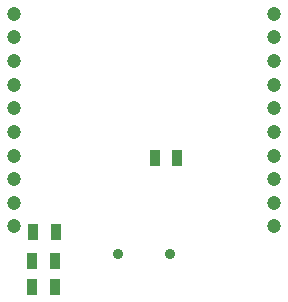
<source format=gts>
G04 (created by PCBNEW (25-Oct-2014 BZR 4029)-stable) date 2015年05月14日 星期四 19时18分23秒*
%MOIN*%
G04 Gerber Fmt 3.4, Leading zero omitted, Abs format*
%FSLAX34Y34*%
G01*
G70*
G90*
G04 APERTURE LIST*
%ADD10C,0.00590551*%
%ADD11C,0.0354*%
%ADD12R,0.035X0.055*%
%ADD13C,0.0472441*%
G04 APERTURE END LIST*
G54D10*
G54D11*
X49116Y-26165D03*
X47384Y-26165D03*
G54D12*
X48620Y-22990D03*
X49370Y-22990D03*
G54D13*
X43919Y-18169D03*
X43919Y-18956D03*
X43919Y-19744D03*
X43919Y-20531D03*
X43919Y-21318D03*
X43919Y-22106D03*
X43919Y-22893D03*
X43919Y-23681D03*
X43919Y-24468D03*
X43919Y-25255D03*
X52580Y-24468D03*
X52580Y-25255D03*
X52580Y-23681D03*
X52580Y-22893D03*
X52580Y-22106D03*
X52580Y-21318D03*
X52580Y-20531D03*
X52580Y-19744D03*
X52580Y-18956D03*
X52580Y-18169D03*
G54D12*
X45287Y-26418D03*
X44537Y-26418D03*
X45305Y-25440D03*
X44555Y-25440D03*
X45275Y-27260D03*
X44525Y-27260D03*
M02*

</source>
